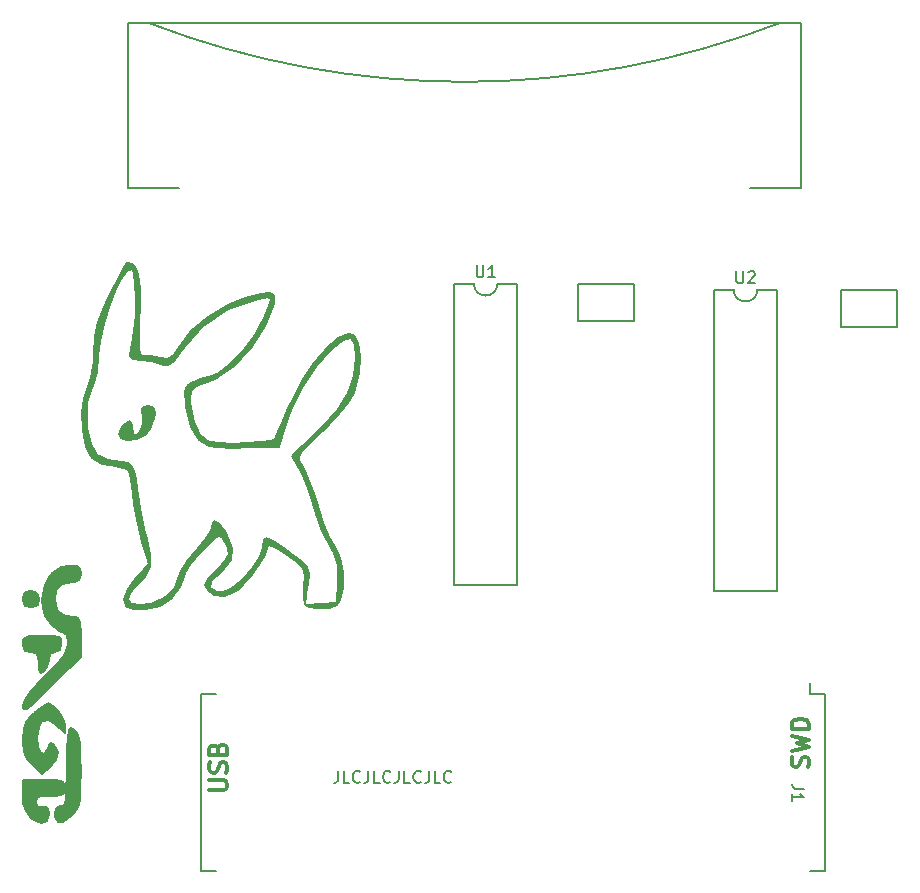
<source format=gbr>
G04 #@! TF.GenerationSoftware,KiCad,Pcbnew,(5.99.0-1468-g7e1294a4b)*
G04 #@! TF.CreationDate,2020-10-04T20:21:57+02:00*
G04 #@! TF.ProjectId,GB Dumper_SMD,47422044-756d-4706-9572-5f534d442e6b,rev?*
G04 #@! TF.SameCoordinates,Original*
G04 #@! TF.FileFunction,Legend,Top*
G04 #@! TF.FilePolarity,Positive*
%FSLAX46Y46*%
G04 Gerber Fmt 4.6, Leading zero omitted, Abs format (unit mm)*
G04 Created by KiCad (PCBNEW (5.99.0-1468-g7e1294a4b)) date 2020-10-04 20:21:57*
%MOMM*%
%LPD*%
G01*
G04 APERTURE LIST*
%ADD10C,0.200000*%
%ADD11C,0.300000*%
%ADD12C,0.203200*%
G04 APERTURE END LIST*
D10*
X134320952Y-105662380D02*
X134320952Y-106376666D01*
X134273333Y-106519523D01*
X134178095Y-106614761D01*
X134035238Y-106662380D01*
X133940000Y-106662380D01*
X135273333Y-106662380D02*
X134797142Y-106662380D01*
X134797142Y-105662380D01*
X136178095Y-106567142D02*
X136130476Y-106614761D01*
X135987619Y-106662380D01*
X135892380Y-106662380D01*
X135749523Y-106614761D01*
X135654285Y-106519523D01*
X135606666Y-106424285D01*
X135559047Y-106233809D01*
X135559047Y-106090952D01*
X135606666Y-105900476D01*
X135654285Y-105805238D01*
X135749523Y-105710000D01*
X135892380Y-105662380D01*
X135987619Y-105662380D01*
X136130476Y-105710000D01*
X136178095Y-105757619D01*
X136892380Y-105662380D02*
X136892380Y-106376666D01*
X136844761Y-106519523D01*
X136749523Y-106614761D01*
X136606666Y-106662380D01*
X136511428Y-106662380D01*
X137844761Y-106662380D02*
X137368571Y-106662380D01*
X137368571Y-105662380D01*
X138749523Y-106567142D02*
X138701904Y-106614761D01*
X138559047Y-106662380D01*
X138463809Y-106662380D01*
X138320952Y-106614761D01*
X138225714Y-106519523D01*
X138178095Y-106424285D01*
X138130476Y-106233809D01*
X138130476Y-106090952D01*
X138178095Y-105900476D01*
X138225714Y-105805238D01*
X138320952Y-105710000D01*
X138463809Y-105662380D01*
X138559047Y-105662380D01*
X138701904Y-105710000D01*
X138749523Y-105757619D01*
X139463809Y-105662380D02*
X139463809Y-106376666D01*
X139416190Y-106519523D01*
X139320952Y-106614761D01*
X139178095Y-106662380D01*
X139082857Y-106662380D01*
X140416190Y-106662380D02*
X139940000Y-106662380D01*
X139940000Y-105662380D01*
X141320952Y-106567142D02*
X141273333Y-106614761D01*
X141130476Y-106662380D01*
X141035238Y-106662380D01*
X140892380Y-106614761D01*
X140797142Y-106519523D01*
X140749523Y-106424285D01*
X140701904Y-106233809D01*
X140701904Y-106090952D01*
X140749523Y-105900476D01*
X140797142Y-105805238D01*
X140892380Y-105710000D01*
X141035238Y-105662380D01*
X141130476Y-105662380D01*
X141273333Y-105710000D01*
X141320952Y-105757619D01*
X142035238Y-105662380D02*
X142035238Y-106376666D01*
X141987619Y-106519523D01*
X141892380Y-106614761D01*
X141749523Y-106662380D01*
X141654285Y-106662380D01*
X142987619Y-106662380D02*
X142511428Y-106662380D01*
X142511428Y-105662380D01*
X143892380Y-106567142D02*
X143844761Y-106614761D01*
X143701904Y-106662380D01*
X143606666Y-106662380D01*
X143463809Y-106614761D01*
X143368571Y-106519523D01*
X143320952Y-106424285D01*
X143273333Y-106233809D01*
X143273333Y-106090952D01*
X143320952Y-105900476D01*
X143368571Y-105805238D01*
X143463809Y-105710000D01*
X143606666Y-105662380D01*
X143701904Y-105662380D01*
X143844761Y-105710000D01*
X143892380Y-105757619D01*
D11*
X174137142Y-105325714D02*
X174208571Y-105111428D01*
X174208571Y-104754285D01*
X174137142Y-104611428D01*
X174065714Y-104540000D01*
X173922857Y-104468571D01*
X173780000Y-104468571D01*
X173637142Y-104540000D01*
X173565714Y-104611428D01*
X173494285Y-104754285D01*
X173422857Y-105040000D01*
X173351428Y-105182857D01*
X173280000Y-105254285D01*
X173137142Y-105325714D01*
X172994285Y-105325714D01*
X172851428Y-105254285D01*
X172780000Y-105182857D01*
X172708571Y-105040000D01*
X172708571Y-104682857D01*
X172780000Y-104468571D01*
X172708571Y-103968571D02*
X174208571Y-103611428D01*
X173137142Y-103325714D01*
X174208571Y-103040000D01*
X172708571Y-102682857D01*
X174208571Y-102111428D02*
X172708571Y-102111428D01*
X172708571Y-101754285D01*
X172780000Y-101540000D01*
X172922857Y-101397142D01*
X173065714Y-101325714D01*
X173351428Y-101254285D01*
X173565714Y-101254285D01*
X173851428Y-101325714D01*
X173994285Y-101397142D01*
X174137142Y-101540000D01*
X174208571Y-101754285D01*
X174208571Y-102111428D01*
X123428571Y-107312857D02*
X124642857Y-107312857D01*
X124785714Y-107241428D01*
X124857142Y-107170000D01*
X124928571Y-107027142D01*
X124928571Y-106741428D01*
X124857142Y-106598571D01*
X124785714Y-106527142D01*
X124642857Y-106455714D01*
X123428571Y-106455714D01*
X124857142Y-105812857D02*
X124928571Y-105598571D01*
X124928571Y-105241428D01*
X124857142Y-105098571D01*
X124785714Y-105027142D01*
X124642857Y-104955714D01*
X124500000Y-104955714D01*
X124357142Y-105027142D01*
X124285714Y-105098571D01*
X124214285Y-105241428D01*
X124142857Y-105527142D01*
X124071428Y-105670000D01*
X124000000Y-105741428D01*
X123857142Y-105812857D01*
X123714285Y-105812857D01*
X123571428Y-105741428D01*
X123500000Y-105670000D01*
X123428571Y-105527142D01*
X123428571Y-105170000D01*
X123500000Y-104955714D01*
X124142857Y-103812857D02*
X124214285Y-103598571D01*
X124285714Y-103527142D01*
X124428571Y-103455714D01*
X124642857Y-103455714D01*
X124785714Y-103527142D01*
X124857142Y-103598571D01*
X124928571Y-103741428D01*
X124928571Y-104312857D01*
X123428571Y-104312857D01*
X123428571Y-103812857D01*
X123500000Y-103670000D01*
X123571428Y-103598571D01*
X123714285Y-103527142D01*
X123857142Y-103527142D01*
X124000000Y-103598571D01*
X124071428Y-103670000D01*
X124142857Y-103812857D01*
X124142857Y-104312857D01*
G36*
X111940929Y-102190512D02*
G01*
X111979394Y-102225197D01*
X112215204Y-102497503D01*
X112369779Y-102876573D01*
X112459657Y-103471101D01*
X112501380Y-104389780D01*
X112511490Y-105721750D01*
X112506523Y-107036992D01*
X112475260Y-107929146D01*
X112393159Y-108515547D01*
X112235678Y-108913529D01*
X111978274Y-109240427D01*
X111722809Y-109492367D01*
X111051687Y-109988289D01*
X110592153Y-110005428D01*
X110368167Y-109547886D01*
X110349787Y-109257268D01*
X110492459Y-108757658D01*
X110822660Y-108665236D01*
X111018574Y-108631642D01*
X111156036Y-108438526D01*
X111248413Y-108002051D01*
X111309070Y-107238383D01*
X111351373Y-106063685D01*
X111371415Y-105223211D01*
X111405107Y-103802780D01*
X111443088Y-102847954D01*
X111500511Y-102284024D01*
X111592525Y-102036281D01*
X111734281Y-102030014D01*
X111940929Y-102190512D01*
G37*
D10*
X111940929Y-102190512D02*
X111979394Y-102225197D01*
X112215204Y-102497503D01*
X112369779Y-102876573D01*
X112459657Y-103471101D01*
X112501380Y-104389780D01*
X112511490Y-105721750D01*
X112506523Y-107036992D01*
X112475260Y-107929146D01*
X112393159Y-108515547D01*
X112235678Y-108913529D01*
X111978274Y-109240427D01*
X111722809Y-109492367D01*
X111051687Y-109988289D01*
X110592153Y-110005428D01*
X110368167Y-109547886D01*
X110349787Y-109257268D01*
X110492459Y-108757658D01*
X110822660Y-108665236D01*
X111018574Y-108631642D01*
X111156036Y-108438526D01*
X111248413Y-108002051D01*
X111309070Y-107238383D01*
X111351373Y-106063685D01*
X111371415Y-105223211D01*
X111405107Y-103802780D01*
X111443088Y-102847954D01*
X111500511Y-102284024D01*
X111592525Y-102036281D01*
X111734281Y-102030014D01*
X111940929Y-102190512D01*
G36*
X110348198Y-106417803D02*
G01*
X110874082Y-106484645D01*
X111103789Y-106653444D01*
X111159412Y-106971159D01*
X111160426Y-107081489D01*
X111110027Y-107498346D01*
X110862298Y-107695848D01*
X110272438Y-107754441D01*
X109944468Y-107757021D01*
X109188036Y-107790218D01*
X108829945Y-107933791D01*
X108729936Y-108253711D01*
X108728511Y-108328962D01*
X108842846Y-108749245D01*
X109267158Y-108760042D01*
X109268936Y-108759578D01*
X109677619Y-108759776D01*
X109806553Y-109145081D01*
X109809362Y-109276969D01*
X109640837Y-109896422D01*
X109199776Y-110098183D01*
X108582948Y-109859116D01*
X108309443Y-109635594D01*
X107871740Y-109086898D01*
X107678742Y-108391115D01*
X107647660Y-107709919D01*
X107647660Y-106405957D01*
X109404043Y-106405957D01*
X110348198Y-106417803D01*
G37*
X110348198Y-106417803D02*
X110874082Y-106484645D01*
X111103789Y-106653444D01*
X111159412Y-106971159D01*
X111160426Y-107081489D01*
X111110027Y-107498346D01*
X110862298Y-107695848D01*
X110272438Y-107754441D01*
X109944468Y-107757021D01*
X109188036Y-107790218D01*
X108829945Y-107933791D01*
X108729936Y-108253711D01*
X108728511Y-108328962D01*
X108842846Y-108749245D01*
X109267158Y-108760042D01*
X109268936Y-108759578D01*
X109677619Y-108759776D01*
X109806553Y-109145081D01*
X109809362Y-109276969D01*
X109640837Y-109896422D01*
X109199776Y-110098183D01*
X108582948Y-109859116D01*
X108309443Y-109635594D01*
X107871740Y-109086898D01*
X107678742Y-108391115D01*
X107647660Y-107709919D01*
X107647660Y-106405957D01*
X109404043Y-106405957D01*
X110348198Y-106417803D01*
G36*
X110189376Y-100140203D02*
G01*
X110656337Y-100666938D01*
X111027685Y-101304078D01*
X111160426Y-101809304D01*
X111160426Y-102446969D01*
X110472750Y-101800931D01*
X109801105Y-101363798D01*
X109288632Y-101430591D01*
X108966112Y-101980284D01*
X108863617Y-102900123D01*
X108951615Y-103663814D01*
X109166225Y-104128691D01*
X109433377Y-104223692D01*
X109678997Y-103877757D01*
X109725113Y-103726603D01*
X109909805Y-103338932D01*
X110207665Y-103428795D01*
X110247686Y-103461008D01*
X110592867Y-104034913D01*
X110434279Y-104723361D01*
X109942649Y-105326815D01*
X109265297Y-105963154D01*
X108456479Y-105188257D01*
X107958689Y-104627640D01*
X107718601Y-104045161D01*
X107648863Y-103205114D01*
X107647660Y-103005735D01*
X107687710Y-102123275D01*
X107875141Y-101541903D01*
X108310872Y-101024283D01*
X108602807Y-100759481D01*
X109210722Y-100262472D01*
X109659270Y-99961762D01*
X109771662Y-99920851D01*
X110189376Y-100140203D01*
G37*
X110189376Y-100140203D02*
X110656337Y-100666938D01*
X111027685Y-101304078D01*
X111160426Y-101809304D01*
X111160426Y-102446969D01*
X110472750Y-101800931D01*
X109801105Y-101363798D01*
X109288632Y-101430591D01*
X108966112Y-101980284D01*
X108863617Y-102900123D01*
X108951615Y-103663814D01*
X109166225Y-104128691D01*
X109433377Y-104223692D01*
X109678997Y-103877757D01*
X109725113Y-103726603D01*
X109909805Y-103338932D01*
X110207665Y-103428795D01*
X110247686Y-103461008D01*
X110592867Y-104034913D01*
X110434279Y-104723361D01*
X109942649Y-105326815D01*
X109265297Y-105963154D01*
X108456479Y-105188257D01*
X107958689Y-104627640D01*
X107718601Y-104045161D01*
X107648863Y-103205114D01*
X107647660Y-103005735D01*
X107687710Y-102123275D01*
X107875141Y-101541903D01*
X108310872Y-101024283D01*
X108602807Y-100759481D01*
X109210722Y-100262472D01*
X109659270Y-99961762D01*
X109771662Y-99920851D01*
X110189376Y-100140203D01*
G36*
X112233778Y-88359171D02*
G01*
X112477241Y-88612710D01*
X112511490Y-88977234D01*
X112415602Y-89471908D01*
X112018999Y-89642540D01*
X111754894Y-89652766D01*
X110919717Y-89825524D01*
X110464456Y-90368713D01*
X110349787Y-91138936D01*
X110513122Y-92022296D01*
X111026683Y-92503822D01*
X111754894Y-92625106D01*
X112166855Y-92648928D01*
X112393137Y-92803442D01*
X112489361Y-93213221D01*
X112511152Y-94002836D01*
X112511490Y-94319570D01*
X112511490Y-96014033D01*
X110079575Y-98434681D01*
X109076741Y-99421646D01*
X108390516Y-100060297D01*
X107963123Y-100392058D01*
X107736783Y-100458350D01*
X107653720Y-100300597D01*
X107647660Y-100178183D01*
X107806496Y-99659810D01*
X108309199Y-98941570D01*
X109195061Y-97970402D01*
X109539149Y-97624042D01*
X110444180Y-96696506D01*
X111013116Y-96021552D01*
X111316634Y-95495960D01*
X111425410Y-95016509D01*
X111430639Y-94861608D01*
X111332139Y-94202823D01*
X111075874Y-93976170D01*
X110672112Y-93794567D01*
X110121665Y-93345252D01*
X109995023Y-93218299D01*
X109517445Y-92591223D01*
X109306037Y-91877444D01*
X109268936Y-91138936D01*
X109467949Y-89904399D01*
X110023803Y-88974008D01*
X110874722Y-88422430D01*
X111616299Y-88301702D01*
X112233778Y-88359171D01*
G37*
X112233778Y-88359171D02*
X112477241Y-88612710D01*
X112511490Y-88977234D01*
X112415602Y-89471908D01*
X112018999Y-89642540D01*
X111754894Y-89652766D01*
X110919717Y-89825524D01*
X110464456Y-90368713D01*
X110349787Y-91138936D01*
X110513122Y-92022296D01*
X111026683Y-92503822D01*
X111754894Y-92625106D01*
X112166855Y-92648928D01*
X112393137Y-92803442D01*
X112489361Y-93213221D01*
X112511152Y-94002836D01*
X112511490Y-94319570D01*
X112511490Y-96014033D01*
X110079575Y-98434681D01*
X109076741Y-99421646D01*
X108390516Y-100060297D01*
X107963123Y-100392058D01*
X107736783Y-100458350D01*
X107653720Y-100300597D01*
X107647660Y-100178183D01*
X107806496Y-99659810D01*
X108309199Y-98941570D01*
X109195061Y-97970402D01*
X109539149Y-97624042D01*
X110444180Y-96696506D01*
X111013116Y-96021552D01*
X111316634Y-95495960D01*
X111425410Y-95016509D01*
X111430639Y-94861608D01*
X111332139Y-94202823D01*
X111075874Y-93976170D01*
X110672112Y-93794567D01*
X110121665Y-93345252D01*
X109995023Y-93218299D01*
X109517445Y-92591223D01*
X109306037Y-91877444D01*
X109268936Y-91138936D01*
X109467949Y-89904399D01*
X110023803Y-88974008D01*
X110874722Y-88422430D01*
X111616299Y-88301702D01*
X112233778Y-88359171D01*
G36*
X110167469Y-94260686D02*
G01*
X110652586Y-94338846D01*
X110851189Y-94533738D01*
X110890177Y-94898237D01*
X110890213Y-94921915D01*
X110763552Y-95451641D01*
X110349787Y-95597447D01*
X109918545Y-95764644D01*
X109809362Y-96239892D01*
X109647971Y-96886048D01*
X109404043Y-97218723D01*
X109137463Y-97366429D01*
X109021759Y-97148545D01*
X108998724Y-96576277D01*
X108952183Y-95922510D01*
X108740171Y-95648829D01*
X108323192Y-95597447D01*
X107808973Y-95485842D01*
X107650513Y-95046405D01*
X107647660Y-94921915D01*
X107681988Y-94547526D01*
X107869573Y-94345394D01*
X108337313Y-94262643D01*
X109212109Y-94246398D01*
X109268936Y-94246383D01*
X110167469Y-94260686D01*
G37*
X110167469Y-94260686D02*
X110652586Y-94338846D01*
X110851189Y-94533738D01*
X110890177Y-94898237D01*
X110890213Y-94921915D01*
X110763552Y-95451641D01*
X110349787Y-95597447D01*
X109918545Y-95764644D01*
X109809362Y-96239892D01*
X109647971Y-96886048D01*
X109404043Y-97218723D01*
X109137463Y-97366429D01*
X109021759Y-97148545D01*
X108998724Y-96576277D01*
X108952183Y-95922510D01*
X108740171Y-95648829D01*
X108323192Y-95597447D01*
X107808973Y-95485842D01*
X107650513Y-95046405D01*
X107647660Y-94921915D01*
X107681988Y-94547526D01*
X107869573Y-94345394D01*
X108337313Y-94262643D01*
X109212109Y-94246398D01*
X109268936Y-94246383D01*
X110167469Y-94260686D01*
G36*
X108837410Y-90575009D02*
G01*
X108995871Y-91014446D01*
X108998724Y-91138936D01*
X108887119Y-91653154D01*
X108447682Y-91811615D01*
X108323192Y-91814468D01*
X107808973Y-91702863D01*
X107650513Y-91263426D01*
X107647660Y-91138936D01*
X107759264Y-90624718D01*
X108198702Y-90466257D01*
X108323192Y-90463404D01*
X108837410Y-90575009D01*
G37*
X108837410Y-90575009D02*
X108995871Y-91014446D01*
X108998724Y-91138936D01*
X108887119Y-91653154D01*
X108447682Y-91811615D01*
X108323192Y-91814468D01*
X107808973Y-91702863D01*
X107650513Y-91263426D01*
X107647660Y-91138936D01*
X107759264Y-90624718D01*
X108198702Y-90466257D01*
X108323192Y-90463404D01*
X108837410Y-90575009D01*
G36*
X118692107Y-74942214D02*
G01*
X118778852Y-75476518D01*
X118733861Y-75791831D01*
X118409514Y-76690141D01*
X117999601Y-77222816D01*
X117259132Y-77576945D01*
X116470580Y-77649203D01*
X115904579Y-77445164D01*
X115784085Y-77177184D01*
X116036470Y-76550223D01*
X116320704Y-76239014D01*
X116731889Y-76008588D01*
X116854381Y-76379393D01*
X116857324Y-76552956D01*
X116989870Y-77157809D01*
X117190963Y-77312253D01*
X117575422Y-77009148D01*
X117795778Y-76310127D01*
X117764736Y-75530635D01*
X117721527Y-75395046D01*
X117731665Y-74920878D01*
X118200426Y-74808028D01*
X118692107Y-74942214D01*
G37*
X118692107Y-74942214D02*
X118778852Y-75476518D01*
X118733861Y-75791831D01*
X118409514Y-76690141D01*
X117999601Y-77222816D01*
X117259132Y-77576945D01*
X116470580Y-77649203D01*
X115904579Y-77445164D01*
X115784085Y-77177184D01*
X116036470Y-76550223D01*
X116320704Y-76239014D01*
X116731889Y-76008588D01*
X116854381Y-76379393D01*
X116857324Y-76552956D01*
X116989870Y-77157809D01*
X117190963Y-77312253D01*
X117575422Y-77009148D01*
X117795778Y-76310127D01*
X117764736Y-75530635D01*
X117721527Y-75395046D01*
X117731665Y-74920878D01*
X118200426Y-74808028D01*
X118692107Y-74942214D01*
G36*
X117044830Y-62874012D02*
G01*
X117378978Y-63604182D01*
X117528445Y-64898271D01*
X117507046Y-66819395D01*
X117492247Y-67122080D01*
X117429503Y-68797442D01*
X117456985Y-69856981D01*
X117582090Y-70395557D01*
X117756823Y-70515070D01*
X118415516Y-70581052D01*
X119227394Y-70718534D01*
X119950773Y-70766120D01*
X120446869Y-70441879D01*
X120920577Y-69678215D01*
X121886808Y-68423787D01*
X123333726Y-67207545D01*
X125037677Y-66193515D01*
X126425104Y-65641259D01*
X127774129Y-65268201D01*
X128564114Y-65166737D01*
X128906780Y-65359453D01*
X128913850Y-65868932D01*
X128856141Y-66132676D01*
X128121867Y-68021742D01*
X126943203Y-69830098D01*
X125477070Y-71373801D01*
X123880391Y-72468909D01*
X123210764Y-72750116D01*
X122271746Y-73107727D01*
X121848160Y-73485013D01*
X121766276Y-74093980D01*
X121792902Y-74480370D01*
X122090586Y-76102564D01*
X122631485Y-77257929D01*
X123360397Y-77832884D01*
X123431484Y-77851860D01*
X124249915Y-77946443D01*
X125385077Y-77968366D01*
X126633111Y-77928871D01*
X127790160Y-77839199D01*
X128652365Y-77710591D01*
X129015868Y-77554288D01*
X129017375Y-77543841D01*
X129162534Y-77103159D01*
X129548065Y-76182075D01*
X130103821Y-74944787D01*
X130392863Y-74324123D01*
X131298933Y-72639007D01*
X132316046Y-71133958D01*
X133355295Y-69903177D01*
X134327770Y-69040866D01*
X135144563Y-68641227D01*
X135659815Y-68743601D01*
X136022235Y-69438933D01*
X136160558Y-70583687D01*
X136075725Y-71948104D01*
X135768679Y-73302424D01*
X135639674Y-73656842D01*
X135115144Y-74537473D01*
X134215736Y-75655656D01*
X133119157Y-76794432D01*
X132911459Y-76987674D01*
X131844768Y-77973703D01*
X131230154Y-78618895D01*
X130990392Y-79063838D01*
X131048255Y-79449119D01*
X131313882Y-79896040D01*
X131715202Y-80702969D01*
X132187151Y-81931999D01*
X132610828Y-83261464D01*
X133070991Y-84654761D01*
X133588813Y-85899140D01*
X134028872Y-86688612D01*
X134484062Y-87666329D01*
X134723620Y-88913281D01*
X134736981Y-90173167D01*
X134513582Y-91189689D01*
X134231398Y-91602717D01*
X133534160Y-91867573D01*
X132561140Y-91917479D01*
X132532102Y-91914831D01*
X131815615Y-91810631D01*
X131622419Y-91656123D01*
X132841093Y-91555784D01*
X134208028Y-91443239D01*
X134314727Y-89606395D01*
X134296926Y-88265174D01*
X133993398Y-87237037D01*
X133546466Y-86480224D01*
X132938782Y-85338212D01*
X132407778Y-83931885D01*
X132237408Y-83308618D01*
X131843665Y-81954309D01*
X131342274Y-80674693D01*
X131106808Y-80208142D01*
X130410306Y-78989947D01*
X132719896Y-76791241D01*
X134234910Y-75183272D01*
X135195129Y-73711426D01*
X135689669Y-72199885D01*
X135810414Y-70693943D01*
X135709991Y-69537214D01*
X135379575Y-69035233D01*
X134760930Y-69166290D01*
X133795818Y-69908672D01*
X133768962Y-69932876D01*
X132559319Y-71298980D01*
X131370781Y-73112654D01*
X130354139Y-75117825D01*
X129739517Y-76775633D01*
X129316059Y-78206619D01*
X126753593Y-78285211D01*
X125354284Y-78301068D01*
X124147284Y-78267138D01*
X123393515Y-78190767D01*
X123392704Y-78190592D01*
X122553714Y-77658187D01*
X121891406Y-76524512D01*
X121462725Y-74893701D01*
X121417779Y-74579217D01*
X121347782Y-73604264D01*
X121526609Y-73071737D01*
X122047327Y-72725732D01*
X122100821Y-72701048D01*
X122918058Y-72399025D01*
X123410957Y-72303802D01*
X124210875Y-72006959D01*
X125199240Y-71215457D01*
X126251090Y-70077836D01*
X127241463Y-68742636D01*
X128045396Y-67358396D01*
X128482548Y-66275302D01*
X128595825Y-65723010D01*
X128358256Y-65558069D01*
X127603764Y-65678305D01*
X127535894Y-65692904D01*
X124992557Y-66590098D01*
X122808524Y-68105854D01*
X121099618Y-70070364D01*
X120425207Y-70959402D01*
X119943039Y-71331980D01*
X119493921Y-71294872D01*
X119366178Y-71233040D01*
X118506288Y-70963909D01*
X117634010Y-70872816D01*
X116957172Y-70832577D01*
X116718001Y-70575860D01*
X116802825Y-69898670D01*
X116886464Y-69531267D01*
X117065853Y-68408801D01*
X117168890Y-67048271D01*
X117196055Y-65647250D01*
X117147828Y-64403308D01*
X117024690Y-63514019D01*
X116871041Y-63189745D01*
X116472187Y-63310053D01*
X115975540Y-63982793D01*
X115437576Y-65061731D01*
X114914772Y-66400636D01*
X114463604Y-67853274D01*
X114140546Y-69273412D01*
X114002075Y-70514818D01*
X114000559Y-70622272D01*
X113875194Y-71920035D01*
X113567170Y-73115385D01*
X113428361Y-73435774D01*
X113085378Y-74410774D01*
X113018267Y-75621886D01*
X113100586Y-76593315D01*
X113376777Y-78017506D01*
X113897316Y-78885224D01*
X114810620Y-79349028D01*
X115962958Y-79535551D01*
X116559205Y-79634096D01*
X116906579Y-79902656D01*
X117105880Y-80515793D01*
X117257907Y-81648069D01*
X117275766Y-81809030D01*
X117523669Y-83442302D01*
X117888167Y-85182479D01*
X118101576Y-85997055D01*
X118431229Y-87414072D01*
X118398291Y-88423568D01*
X117952144Y-89261920D01*
X117248206Y-89982265D01*
X116695165Y-90640482D01*
X116499578Y-91140939D01*
X116793246Y-91510243D01*
X117525944Y-91624140D01*
X118475212Y-91499911D01*
X119418587Y-91154839D01*
X119849924Y-90880654D01*
X120504940Y-90156609D01*
X120791992Y-89425831D01*
X120792535Y-89400238D01*
X121025038Y-88745481D01*
X121625464Y-87825702D01*
X122223521Y-87108845D01*
X122997932Y-86181478D01*
X123517568Y-85392169D01*
X123654507Y-85011796D01*
X123796633Y-84516238D01*
X124179614Y-84640071D01*
X124738354Y-85355904D01*
X124829487Y-85506183D01*
X125362976Y-86761456D01*
X125269208Y-87779172D01*
X124526558Y-88702744D01*
X124322296Y-88870060D01*
X123593664Y-89624611D01*
X123508050Y-90193742D01*
X124056257Y-90508447D01*
X124546035Y-90548873D01*
X125283426Y-90262168D01*
X126166663Y-89534819D01*
X127021281Y-88565969D01*
X127672816Y-87554765D01*
X127946805Y-86700350D01*
X127947465Y-86666253D01*
X128002662Y-86138592D01*
X128241856Y-85971632D01*
X128775451Y-86190768D01*
X129713852Y-86821394D01*
X130219544Y-87188870D01*
X131176447Y-87915285D01*
X131672464Y-88445728D01*
X131824841Y-89005762D01*
X131750824Y-89820953D01*
X131714581Y-90065081D01*
X131491670Y-91551557D01*
X131482995Y-91544619D01*
X131410949Y-90913250D01*
X131450516Y-90129212D01*
X131476531Y-89145722D01*
X131307210Y-88510491D01*
X130804355Y-87969947D01*
X129930094Y-87339491D01*
X128984818Y-86730925D01*
X128482152Y-86537502D01*
X128309906Y-86722558D01*
X128305211Y-86808481D01*
X128097308Y-87391068D01*
X127558051Y-88303555D01*
X126963662Y-89135781D01*
X125814132Y-90342395D01*
X124748292Y-90898698D01*
X123808868Y-90790586D01*
X123281271Y-90351336D01*
X123069329Y-89922391D01*
X123271828Y-89451541D01*
X123952960Y-88761643D01*
X124757517Y-87933194D01*
X125042334Y-87277114D01*
X124875768Y-86558253D01*
X124697693Y-86199760D01*
X124454893Y-85842795D01*
X124164752Y-85807058D01*
X123688532Y-86157716D01*
X122887496Y-86959930D01*
X122730088Y-87123927D01*
X121903227Y-88079722D01*
X121331367Y-88918204D01*
X121150282Y-89396134D01*
X120919270Y-90059455D01*
X120352142Y-90875688D01*
X120241438Y-90999711D01*
X119276370Y-91747415D01*
X118094005Y-91978710D01*
X117975710Y-91979859D01*
X117035186Y-91922115D01*
X116435806Y-91779438D01*
X116380329Y-91741361D01*
X116155418Y-91131951D01*
X116504325Y-90269911D01*
X117210028Y-89357160D01*
X118278225Y-88140551D01*
X117720400Y-86262148D01*
X117357680Y-84791386D01*
X117043939Y-83097691D01*
X116920512Y-82189549D01*
X116767267Y-80983016D01*
X116579684Y-80315452D01*
X116258349Y-80013300D01*
X115703847Y-79902999D01*
X115605211Y-79893297D01*
X114287579Y-79662193D01*
X113462758Y-79174823D01*
X112991825Y-78280721D01*
X112735855Y-76829420D01*
X112730475Y-76779720D01*
X112639344Y-75275752D01*
X112769888Y-74200011D01*
X113064884Y-73446856D01*
X113417030Y-72362848D01*
X113615495Y-70923760D01*
X113637606Y-70280415D01*
X113720590Y-68965403D01*
X114017338Y-67691364D01*
X114599543Y-66192717D01*
X114946133Y-65433072D01*
X115563999Y-64175753D01*
X116090117Y-63212997D01*
X116440521Y-62694304D01*
X116512188Y-62644647D01*
X117044830Y-62874012D01*
G37*
X117044830Y-62874012D02*
X117378978Y-63604182D01*
X117528445Y-64898271D01*
X117507046Y-66819395D01*
X117492247Y-67122080D01*
X117429503Y-68797442D01*
X117456985Y-69856981D01*
X117582090Y-70395557D01*
X117756823Y-70515070D01*
X118415516Y-70581052D01*
X119227394Y-70718534D01*
X119950773Y-70766120D01*
X120446869Y-70441879D01*
X120920577Y-69678215D01*
X121886808Y-68423787D01*
X123333726Y-67207545D01*
X125037677Y-66193515D01*
X126425104Y-65641259D01*
X127774129Y-65268201D01*
X128564114Y-65166737D01*
X128906780Y-65359453D01*
X128913850Y-65868932D01*
X128856141Y-66132676D01*
X128121867Y-68021742D01*
X126943203Y-69830098D01*
X125477070Y-71373801D01*
X123880391Y-72468909D01*
X123210764Y-72750116D01*
X122271746Y-73107727D01*
X121848160Y-73485013D01*
X121766276Y-74093980D01*
X121792902Y-74480370D01*
X122090586Y-76102564D01*
X122631485Y-77257929D01*
X123360397Y-77832884D01*
X123431484Y-77851860D01*
X124249915Y-77946443D01*
X125385077Y-77968366D01*
X126633111Y-77928871D01*
X127790160Y-77839199D01*
X128652365Y-77710591D01*
X129015868Y-77554288D01*
X129017375Y-77543841D01*
X129162534Y-77103159D01*
X129548065Y-76182075D01*
X130103821Y-74944787D01*
X130392863Y-74324123D01*
X131298933Y-72639007D01*
X132316046Y-71133958D01*
X133355295Y-69903177D01*
X134327770Y-69040866D01*
X135144563Y-68641227D01*
X135659815Y-68743601D01*
X136022235Y-69438933D01*
X136160558Y-70583687D01*
X136075725Y-71948104D01*
X135768679Y-73302424D01*
X135639674Y-73656842D01*
X135115144Y-74537473D01*
X134215736Y-75655656D01*
X133119157Y-76794432D01*
X132911459Y-76987674D01*
X131844768Y-77973703D01*
X131230154Y-78618895D01*
X130990392Y-79063838D01*
X131048255Y-79449119D01*
X131313882Y-79896040D01*
X131715202Y-80702969D01*
X132187151Y-81931999D01*
X132610828Y-83261464D01*
X133070991Y-84654761D01*
X133588813Y-85899140D01*
X134028872Y-86688612D01*
X134484062Y-87666329D01*
X134723620Y-88913281D01*
X134736981Y-90173167D01*
X134513582Y-91189689D01*
X134231398Y-91602717D01*
X133534160Y-91867573D01*
X132561140Y-91917479D01*
X132532102Y-91914831D01*
X131815615Y-91810631D01*
X131622419Y-91656123D01*
X132841093Y-91555784D01*
X134208028Y-91443239D01*
X134314727Y-89606395D01*
X134296926Y-88265174D01*
X133993398Y-87237037D01*
X133546466Y-86480224D01*
X132938782Y-85338212D01*
X132407778Y-83931885D01*
X132237408Y-83308618D01*
X131843665Y-81954309D01*
X131342274Y-80674693D01*
X131106808Y-80208142D01*
X130410306Y-78989947D01*
X132719896Y-76791241D01*
X134234910Y-75183272D01*
X135195129Y-73711426D01*
X135689669Y-72199885D01*
X135810414Y-70693943D01*
X135709991Y-69537214D01*
X135379575Y-69035233D01*
X134760930Y-69166290D01*
X133795818Y-69908672D01*
X133768962Y-69932876D01*
X132559319Y-71298980D01*
X131370781Y-73112654D01*
X130354139Y-75117825D01*
X129739517Y-76775633D01*
X129316059Y-78206619D01*
X126753593Y-78285211D01*
X125354284Y-78301068D01*
X124147284Y-78267138D01*
X123393515Y-78190767D01*
X123392704Y-78190592D01*
X122553714Y-77658187D01*
X121891406Y-76524512D01*
X121462725Y-74893701D01*
X121417779Y-74579217D01*
X121347782Y-73604264D01*
X121526609Y-73071737D01*
X122047327Y-72725732D01*
X122100821Y-72701048D01*
X122918058Y-72399025D01*
X123410957Y-72303802D01*
X124210875Y-72006959D01*
X125199240Y-71215457D01*
X126251090Y-70077836D01*
X127241463Y-68742636D01*
X128045396Y-67358396D01*
X128482548Y-66275302D01*
X128595825Y-65723010D01*
X128358256Y-65558069D01*
X127603764Y-65678305D01*
X127535894Y-65692904D01*
X124992557Y-66590098D01*
X122808524Y-68105854D01*
X121099618Y-70070364D01*
X120425207Y-70959402D01*
X119943039Y-71331980D01*
X119493921Y-71294872D01*
X119366178Y-71233040D01*
X118506288Y-70963909D01*
X117634010Y-70872816D01*
X116957172Y-70832577D01*
X116718001Y-70575860D01*
X116802825Y-69898670D01*
X116886464Y-69531267D01*
X117065853Y-68408801D01*
X117168890Y-67048271D01*
X117196055Y-65647250D01*
X117147828Y-64403308D01*
X117024690Y-63514019D01*
X116871041Y-63189745D01*
X116472187Y-63310053D01*
X115975540Y-63982793D01*
X115437576Y-65061731D01*
X114914772Y-66400636D01*
X114463604Y-67853274D01*
X114140546Y-69273412D01*
X114002075Y-70514818D01*
X114000559Y-70622272D01*
X113875194Y-71920035D01*
X113567170Y-73115385D01*
X113428361Y-73435774D01*
X113085378Y-74410774D01*
X113018267Y-75621886D01*
X113100586Y-76593315D01*
X113376777Y-78017506D01*
X113897316Y-78885224D01*
X114810620Y-79349028D01*
X115962958Y-79535551D01*
X116559205Y-79634096D01*
X116906579Y-79902656D01*
X117105880Y-80515793D01*
X117257907Y-81648069D01*
X117275766Y-81809030D01*
X117523669Y-83442302D01*
X117888167Y-85182479D01*
X118101576Y-85997055D01*
X118431229Y-87414072D01*
X118398291Y-88423568D01*
X117952144Y-89261920D01*
X117248206Y-89982265D01*
X116695165Y-90640482D01*
X116499578Y-91140939D01*
X116793246Y-91510243D01*
X117525944Y-91624140D01*
X118475212Y-91499911D01*
X119418587Y-91154839D01*
X119849924Y-90880654D01*
X120504940Y-90156609D01*
X120791992Y-89425831D01*
X120792535Y-89400238D01*
X121025038Y-88745481D01*
X121625464Y-87825702D01*
X122223521Y-87108845D01*
X122997932Y-86181478D01*
X123517568Y-85392169D01*
X123654507Y-85011796D01*
X123796633Y-84516238D01*
X124179614Y-84640071D01*
X124738354Y-85355904D01*
X124829487Y-85506183D01*
X125362976Y-86761456D01*
X125269208Y-87779172D01*
X124526558Y-88702744D01*
X124322296Y-88870060D01*
X123593664Y-89624611D01*
X123508050Y-90193742D01*
X124056257Y-90508447D01*
X124546035Y-90548873D01*
X125283426Y-90262168D01*
X126166663Y-89534819D01*
X127021281Y-88565969D01*
X127672816Y-87554765D01*
X127946805Y-86700350D01*
X127947465Y-86666253D01*
X128002662Y-86138592D01*
X128241856Y-85971632D01*
X128775451Y-86190768D01*
X129713852Y-86821394D01*
X130219544Y-87188870D01*
X131176447Y-87915285D01*
X131672464Y-88445728D01*
X131824841Y-89005762D01*
X131750824Y-89820953D01*
X131714581Y-90065081D01*
X131491670Y-91551557D01*
X131482995Y-91544619D01*
X131410949Y-90913250D01*
X131450516Y-90129212D01*
X131476531Y-89145722D01*
X131307210Y-88510491D01*
X130804355Y-87969947D01*
X129930094Y-87339491D01*
X128984818Y-86730925D01*
X128482152Y-86537502D01*
X128309906Y-86722558D01*
X128305211Y-86808481D01*
X128097308Y-87391068D01*
X127558051Y-88303555D01*
X126963662Y-89135781D01*
X125814132Y-90342395D01*
X124748292Y-90898698D01*
X123808868Y-90790586D01*
X123281271Y-90351336D01*
X123069329Y-89922391D01*
X123271828Y-89451541D01*
X123952960Y-88761643D01*
X124757517Y-87933194D01*
X125042334Y-87277114D01*
X124875768Y-86558253D01*
X124697693Y-86199760D01*
X124454893Y-85842795D01*
X124164752Y-85807058D01*
X123688532Y-86157716D01*
X122887496Y-86959930D01*
X122730088Y-87123927D01*
X121903227Y-88079722D01*
X121331367Y-88918204D01*
X121150282Y-89396134D01*
X120919270Y-90059455D01*
X120352142Y-90875688D01*
X120241438Y-90999711D01*
X119276370Y-91747415D01*
X118094005Y-91978710D01*
X117975710Y-91979859D01*
X117035186Y-91922115D01*
X116435806Y-91779438D01*
X116380329Y-91741361D01*
X116155418Y-91131951D01*
X116504325Y-90269911D01*
X117210028Y-89357160D01*
X118278225Y-88140551D01*
X117720400Y-86262148D01*
X117357680Y-84791386D01*
X117043939Y-83097691D01*
X116920512Y-82189549D01*
X116767267Y-80983016D01*
X116579684Y-80315452D01*
X116258349Y-80013300D01*
X115703847Y-79902999D01*
X115605211Y-79893297D01*
X114287579Y-79662193D01*
X113462758Y-79174823D01*
X112991825Y-78280721D01*
X112735855Y-76829420D01*
X112730475Y-76779720D01*
X112639344Y-75275752D01*
X112769888Y-74200011D01*
X113064884Y-73446856D01*
X113417030Y-72362848D01*
X113615495Y-70923760D01*
X113637606Y-70280415D01*
X113720590Y-68965403D01*
X114017338Y-67691364D01*
X114599543Y-66192717D01*
X114946133Y-65433072D01*
X115563999Y-64175753D01*
X116090117Y-63212997D01*
X116440521Y-62694304D01*
X116512188Y-62644647D01*
X117044830Y-62874012D01*
X175545000Y-99135000D02*
X174275000Y-99135000D01*
X175545000Y-114105000D02*
X174275000Y-114105000D01*
X122695000Y-114105000D02*
X123965000Y-114105000D01*
X122695000Y-99135000D02*
X123965000Y-99135000D01*
X175545000Y-99135000D02*
X175545000Y-114105000D01*
X122695000Y-99135000D02*
X122695000Y-114105000D01*
X174275000Y-99135000D02*
X174275000Y-98200000D01*
D12*
X118326949Y-42355244D02*
G75*
G03*
X171810000Y-42310000I26683051J69145244D01*
G01*
X120810000Y-56310000D02*
X116510000Y-56310000D01*
X116510000Y-56310000D02*
X116510000Y-42310000D01*
X116510000Y-42310000D02*
X173510000Y-42310000D01*
X173510000Y-42310000D02*
X173510000Y-56310000D01*
X173510000Y-56310000D02*
X169210000Y-56310000D01*
D10*
X169810000Y-64920000D02*
G75*
G02*
X167810000Y-64920000I-1000000J0D01*
G01*
X167810000Y-64920000D02*
X166160000Y-64920000D01*
X166160000Y-64920000D02*
X166160000Y-90440000D01*
X166160000Y-90440000D02*
X171460000Y-90440000D01*
X171460000Y-90440000D02*
X171460000Y-64920000D01*
X171460000Y-64920000D02*
X169810000Y-64920000D01*
X147810000Y-64420000D02*
G75*
G02*
X145810000Y-64420000I-1000000J0D01*
G01*
X145810000Y-64420000D02*
X144160000Y-64420000D01*
X144160000Y-64420000D02*
X144160000Y-89940000D01*
X144160000Y-89940000D02*
X149460000Y-89940000D01*
X149460000Y-89940000D02*
X149460000Y-64420000D01*
X149460000Y-64420000D02*
X147810000Y-64420000D01*
X154640000Y-64440000D02*
X159360000Y-64440000D01*
X154640000Y-67560000D02*
X159360000Y-67560000D01*
X154640000Y-64440000D02*
X154640000Y-67560000D01*
X159360000Y-64440000D02*
X159360000Y-67560000D01*
X181610000Y-68060000D02*
X176890000Y-68060000D01*
X181610000Y-64940000D02*
X176890000Y-64940000D01*
X181610000Y-68060000D02*
X181610000Y-64940000D01*
X176890000Y-68060000D02*
X176890000Y-64940000D01*
X173745619Y-107186666D02*
X173031333Y-107186666D01*
X172888476Y-107139047D01*
X172793238Y-107043809D01*
X172745619Y-106900952D01*
X172745619Y-106805714D01*
X172745619Y-108186666D02*
X172745619Y-107615238D01*
X172745619Y-107900952D02*
X173745619Y-107900952D01*
X173602761Y-107805714D01*
X173507523Y-107710476D01*
X173459904Y-107615238D01*
X168048095Y-63372380D02*
X168048095Y-64181904D01*
X168095714Y-64277142D01*
X168143333Y-64324761D01*
X168238571Y-64372380D01*
X168429047Y-64372380D01*
X168524285Y-64324761D01*
X168571904Y-64277142D01*
X168619523Y-64181904D01*
X168619523Y-63372380D01*
X169048095Y-63467619D02*
X169095714Y-63420000D01*
X169190952Y-63372380D01*
X169429047Y-63372380D01*
X169524285Y-63420000D01*
X169571904Y-63467619D01*
X169619523Y-63562857D01*
X169619523Y-63658095D01*
X169571904Y-63800952D01*
X169000476Y-64372380D01*
X169619523Y-64372380D01*
X146048095Y-62872380D02*
X146048095Y-63681904D01*
X146095714Y-63777142D01*
X146143333Y-63824761D01*
X146238571Y-63872380D01*
X146429047Y-63872380D01*
X146524285Y-63824761D01*
X146571904Y-63777142D01*
X146619523Y-63681904D01*
X146619523Y-62872380D01*
X147619523Y-63872380D02*
X147048095Y-63872380D01*
X147333809Y-63872380D02*
X147333809Y-62872380D01*
X147238571Y-63015238D01*
X147143333Y-63110476D01*
X147048095Y-63158095D01*
M02*

</source>
